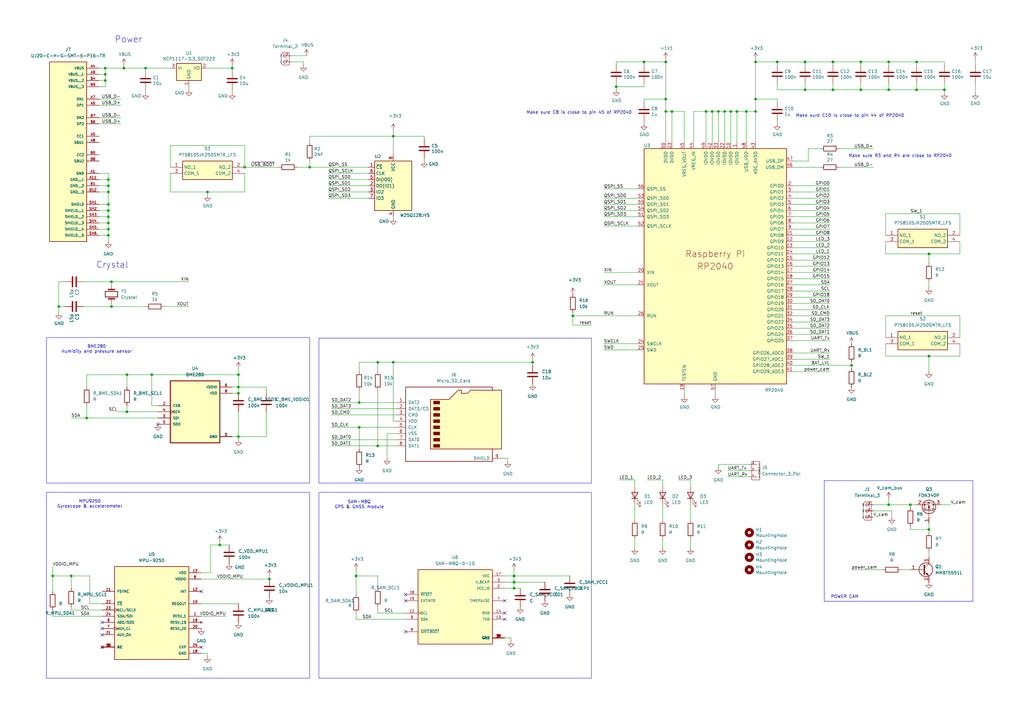
<source format=kicad_sch>
(kicad_sch (version 20250114) (generator "eeschema") (generator_version "9.0")
  (paper "A3")
  (rectangle (start 19.05 201.93) (end 127 278.13))
  (rectangle (start 19.05 138.43) (end 127 198.12))
  (rectangle (start 130.81 138.684) (end 242.57 198.12))
  (rectangle (start 338.074 197.104) (end 399.034 246.634))
  (rectangle (start 130.81 201.93) (end 242.57 278.13))
  (text "SAM-M8Q\nGPS & GNSS module" (at 147.32 207.01 0) (effects (font (size 1.27 1.27))))
  (text "Crystal" (at 39.37 110.236 0) (effects (font (size 2.54 2.54)) (justify left bottom)))
  (text "POWER CAM" (at 346.456 244.856 0) (effects (font (size 1.27 1.27))))
  (text "Make sure C10 is close to pin 44 of RP2040" (at 326.39 48.26 0) (effects (font (size 1.27 1.27)) (justify left bottom)))
  (text "Make sure R3 and R4 are close to RP2040" (at 347.98 64.77 0) (effects (font (size 1.27 1.27)) (justify left bottom)))
  (text "BME280\nHumidity and pressure sensor" (at 39.624 143.256 0) (effects (font (size 1.27 1.27))))
  (text "MPU9250\nGyroscope & accelerometer\n" (at 36.83 206.756 0) (effects (font (size 1.27 1.27))))
  (text "Power" (at 46.99 17.78 0) (effects (font (size 2.54 2.54)) (justify left bottom)))
  (text "Make sure C8 is close to pin 45 of RP2040" (at 215.9 46.99 0) (effects (font (size 1.27 1.27)) (justify left bottom)))
  (junction (at 309.88 45.72))
  (junction (at 21.59 236.22))
  (junction (at 44.45 96.52))
  (junction (at 161.29 148.59))
  (junction (at 275.59 45.72))
  (junction (at 35.56 171.45))
  (junction (at 97.79 161.29))
  (junction (at 29.21 236.22))
  (junction (at 273.05 25.4))
  (junction (at 45.72 115.57))
  (junction (at 373.38 207.01))
  (junction (at 292.1 45.72))
  (junction (at 24.13 125.73))
  (junction (at 154.94 148.59))
  (junction (at 44.45 78.74))
  (junction (at 210.82 241.3))
  (junction (at 52.07 153.67))
  (junction (at 62.23 153.67))
  (junction (at 43.18 33.02))
  (junction (at 330.2 36.83))
  (junction (at 97.79 153.67))
  (junction (at 341.63 25.4))
  (junction (at 52.07 168.91))
  (junction (at 353.06 25.4))
  (junction (at 302.26 45.72))
  (junction (at 381 104.14))
  (junction (at 264.16 25.4))
  (junction (at 309.88 25.4))
  (junction (at 381 146.05))
  (junction (at 349.25 149.86))
  (junction (at 44.45 93.98))
  (junction (at 273.05 45.72))
  (junction (at 45.72 125.73))
  (junction (at 50.8 27.94))
  (junction (at 294.64 45.72))
  (junction (at 273.05 40.64))
  (junction (at 146.05 236.22))
  (junction (at 44.45 88.9))
  (junction (at 375.92 25.4))
  (junction (at 309.88 40.64))
  (junction (at 100.33 68.58))
  (junction (at 44.45 73.66))
  (junction (at 318.77 25.4))
  (junction (at 364.49 25.4))
  (junction (at 234.95 129.54))
  (junction (at 147.32 175.26))
  (junction (at 90.17 223.52))
  (junction (at 44.45 91.44))
  (junction (at 299.72 45.72))
  (junction (at 44.45 86.36))
  (junction (at 375.92 36.83))
  (junction (at 147.32 165.1))
  (junction (at 95.25 27.94))
  (junction (at 341.63 36.83))
  (junction (at 210.82 236.22))
  (junction (at 252.73 35.56))
  (junction (at 127 68.58))
  (junction (at 154.94 182.88))
  (junction (at 85.09 78.74))
  (junction (at 353.06 36.83))
  (junction (at 289.56 45.72))
  (junction (at 97.79 179.07))
  (junction (at 364.49 207.01))
  (junction (at 97.79 158.75))
  (junction (at 218.44 148.59))
  (junction (at 110.49 237.49))
  (junction (at 297.18 45.72))
  (junction (at 43.18 27.94))
  (junction (at 43.18 30.48))
  (junction (at 387.35 36.83))
  (junction (at 364.49 36.83))
  (junction (at 330.2 25.4))
  (junction (at 44.45 76.2))
  (junction (at 59.69 27.94))
  (junction (at 306.07 45.72))
  (junction (at 161.29 55.88))
  (junction (at 210.82 238.76))
  (junction (at 381 217.17))
  (junction (at 44.45 83.82))
  (no_connect (at 41.91 265.43))
  (no_connect (at 41.91 255.27))
  (no_connect (at 166.37 246.38))
  (no_connect (at 64.77 173.99))
  (no_connect (at 207.01 251.46))
  (no_connect (at 41.91 257.81))
  (no_connect (at 82.55 265.43))
  (no_connect (at 207.01 246.38))
  (no_connect (at 166.37 259.08))
  (no_connect (at 207.01 254))
  (no_connect (at 41.91 260.35))
  (no_connect (at 166.37 243.84))
  (no_connect (at 82.55 242.57))
  (wire (pts (xy 34.29 115.57) (xy 45.72 115.57)))
  (wire (pts (xy 234.95 129.54) (xy 261.62 129.54)))
  (wire (pts (xy 40.64 35.56) (xy 43.18 35.56)))
  (wire (pts (xy 400.05 34.29) (xy 400.05 38.1)))
  (wire (pts (xy 40.64 43.18) (xy 49.53 43.18)))
  (wire (pts (xy 36.83 247.65) (xy 36.83 236.22)))
  (wire (pts (xy 264.16 49.53) (xy 264.16 50.8)))
  (wire (pts (xy 309.88 25.4) (xy 309.88 40.64)))
  (wire (pts (xy 280.67 45.72) (xy 275.59 45.72)))
  (wire (pts (xy 349.25 233.68) (xy 361.95 233.68)))
  (wire (pts (xy 218.44 147.32) (xy 218.44 148.59)))
  (wire (pts (xy 261.62 116.84) (xy 247.65 116.84)))
  (wire (pts (xy 210.82 238.76) (xy 223.52 238.76)))
  (wire (pts (xy 44.45 78.74) (xy 44.45 83.82)))
  (wire (pts (xy 325.12 134.62) (xy 340.36 134.62)))
  (wire (pts (xy 109.22 168.91) (xy 109.22 179.07)))
  (wire (pts (xy 95.25 29.21) (xy 95.25 27.94)))
  (wire (pts (xy 35.56 153.67) (xy 52.07 153.67)))
  (wire (pts (xy 69.85 78.74) (xy 85.09 78.74)))
  (wire (pts (xy 252.73 26.67) (xy 252.73 25.4)))
  (wire (pts (xy 207.01 241.3) (xy 210.82 241.3)))
  (wire (pts (xy 373.38 215.9) (xy 373.38 217.17)))
  (wire (pts (xy 325.12 99.06) (xy 340.36 99.06)))
  (wire (pts (xy 325.12 121.92) (xy 340.36 121.92)))
  (wire (pts (xy 97.79 158.75) (xy 109.22 158.75)))
  (wire (pts (xy 44.45 88.9) (xy 44.45 91.44)))
  (wire (pts (xy 325.12 139.7) (xy 340.36 139.7)))
  (wire (pts (xy 325.12 76.2) (xy 340.36 76.2)))
  (wire (pts (xy 298.45 195.58) (xy 307.34 195.58)))
  (wire (pts (xy 375.92 36.83) (xy 364.49 36.83)))
  (wire (pts (xy 271.78 207.01) (xy 271.78 213.36)))
  (wire (pts (xy 252.73 35.56) (xy 252.73 36.83)))
  (wire (pts (xy 34.29 125.73) (xy 45.72 125.73)))
  (wire (pts (xy 40.64 83.82) (xy 44.45 83.82)))
  (wire (pts (xy 353.06 36.83) (xy 341.63 36.83)))
  (wire (pts (xy 147.32 165.1) (xy 162.56 165.1)))
  (wire (pts (xy 151.13 78.74) (xy 134.62 78.74)))
  (wire (pts (xy 364.49 207.01) (xy 373.38 207.01)))
  (wire (pts (xy 124.46 25.4) (xy 124.46 26.67)))
  (wire (pts (xy 162.56 172.72) (xy 161.29 172.72)))
  (wire (pts (xy 325.12 101.6) (xy 340.36 101.6)))
  (wire (pts (xy 100.33 71.12) (xy 100.33 78.74)))
  (wire (pts (xy 210.82 241.3) (xy 213.36 241.3)))
  (wire (pts (xy 40.64 40.64) (xy 49.53 40.64)))
  (wire (pts (xy 373.38 207.01) (xy 373.38 208.28)))
  (wire (pts (xy 95.25 158.75) (xy 97.79 158.75)))
  (wire (pts (xy 400.05 24.13) (xy 400.05 26.67)))
  (wire (pts (xy 299.72 45.72) (xy 302.26 45.72)))
  (wire (pts (xy 331.47 60.96) (xy 336.55 60.96)))
  (wire (pts (xy 325.12 83.82) (xy 340.36 83.82)))
  (wire (pts (xy 69.85 27.94) (xy 59.69 27.94)))
  (wire (pts (xy 154.94 182.88) (xy 162.56 182.88)))
  (wire (pts (xy 90.17 223.52) (xy 90.17 222.25)))
  (wire (pts (xy 387.35 26.67) (xy 387.35 25.4)))
  (wire (pts (xy 85.09 78.74) (xy 85.09 80.01)))
  (wire (pts (xy 252.73 35.56) (xy 264.16 35.56)))
  (wire (pts (xy 247.65 111.76) (xy 261.62 111.76)))
  (wire (pts (xy 364.49 25.4) (xy 375.92 25.4)))
  (wire (pts (xy 40.64 86.36) (xy 44.45 86.36)))
  (wire (pts (xy 275.59 45.72) (xy 273.05 45.72)))
  (wire (pts (xy 21.59 252.73) (xy 21.59 250.19)))
  (wire (pts (xy 40.64 76.2) (xy 44.45 76.2)))
  (wire (pts (xy 264.16 35.56) (xy 264.16 34.29)))
  (wire (pts (xy 95.25 36.83) (xy 95.25 38.1)))
  (wire (pts (xy 127 55.88) (xy 161.29 55.88)))
  (wire (pts (xy 147.32 160.02) (xy 147.32 165.1)))
  (wire (pts (xy 260.35 207.01) (xy 260.35 213.36)))
  (wire (pts (xy 284.48 58.42) (xy 284.48 45.72)))
  (wire (pts (xy 365.76 209.55) (xy 365.76 212.09)))
  (wire (pts (xy 273.05 40.64) (xy 273.05 45.72)))
  (wire (pts (xy 64.77 166.37) (xy 62.23 166.37)))
  (wire (pts (xy 173.99 57.15) (xy 173.99 55.88)))
  (wire (pts (xy 381 217.17) (xy 381 218.44)))
  (wire (pts (xy 95.25 161.29) (xy 97.79 161.29)))
  (wire (pts (xy 387.35 36.83) (xy 387.35 38.1)))
  (wire (pts (xy 154.94 248.92) (xy 154.94 251.46)))
  (wire (pts (xy 381 146.05) (xy 393.7 146.05)))
  (wire (pts (xy 349.25 149.86) (xy 349.25 148.59)))
  (wire (pts (xy 325.12 86.36) (xy 340.36 86.36)))
  (wire (pts (xy 135.89 165.1) (xy 147.32 165.1)))
  (wire (pts (xy 21.59 236.22) (xy 29.21 236.22)))
  (wire (pts (xy 234.95 133.35) (xy 242.57 133.35)))
  (wire (pts (xy 45.72 116.84) (xy 45.72 115.57)))
  (wire (pts (xy 381 146.05) (xy 381 152.4)))
  (wire (pts (xy 207.01 236.22) (xy 210.82 236.22)))
  (wire (pts (xy 325.12 129.54) (xy 340.36 129.54)))
  (wire (pts (xy 161.29 148.59) (xy 154.94 148.59)))
  (wire (pts (xy 247.65 81.28) (xy 261.62 81.28)))
  (wire (pts (xy 97.79 158.75) (xy 97.79 161.29)))
  (wire (pts (xy 40.64 30.48) (xy 43.18 30.48)))
  (wire (pts (xy 389.89 207.01) (xy 386.08 207.01)))
  (wire (pts (xy 210.82 241.3) (xy 210.82 238.76)))
  (wire (pts (xy 135.89 180.34) (xy 162.56 180.34)))
  (wire (pts (xy 325.12 93.98) (xy 340.36 93.98)))
  (wire (pts (xy 309.88 40.64) (xy 318.77 40.64)))
  (wire (pts (xy 166.37 254) (xy 146.05 254)))
  (wire (pts (xy 69.85 59.69) (xy 100.33 59.69)))
  (wire (pts (xy 283.21 220.98) (xy 283.21 224.79)))
  (wire (pts (xy 283.21 207.01) (xy 283.21 213.36)))
  (wire (pts (xy 341.63 26.67) (xy 341.63 25.4)))
  (wire (pts (xy 40.64 91.44) (xy 44.45 91.44)))
  (wire (pts (xy 43.18 30.48) (xy 43.18 27.94)))
  (wire (pts (xy 109.22 158.75) (xy 109.22 161.29)))
  (wire (pts (xy 381 104.14) (xy 381 107.95)))
  (wire (pts (xy 325.12 88.9) (xy 340.36 88.9)))
  (wire (pts (xy 29.21 171.45) (xy 35.56 171.45)))
  (wire (pts (xy 35.56 153.67) (xy 35.56 158.75)))
  (wire (pts (xy 364.49 207.01) (xy 364.49 204.47)))
  (wire (pts (xy 325.12 152.4) (xy 340.36 152.4)))
  (wire (pts (xy 151.13 81.28) (xy 134.62 81.28)))
  (wire (pts (xy 147.32 148.59) (xy 147.32 152.4)))
  (wire (pts (xy 151.13 76.2) (xy 134.62 76.2)))
  (wire (pts (xy 44.45 73.66) (xy 44.45 76.2)))
  (wire (pts (xy 52.07 153.67) (xy 52.07 158.75)))
  (wire (pts (xy 325.12 144.78) (xy 340.36 144.78)))
  (wire (pts (xy 309.88 45.72) (xy 309.88 58.42)))
  (wire (pts (xy 40.64 27.94) (xy 43.18 27.94)))
  (wire (pts (xy 154.94 160.02) (xy 154.94 182.88)))
  (wire (pts (xy 325.12 104.14) (xy 340.36 104.14)))
  (wire (pts (xy 69.85 68.58) (xy 69.85 59.69)))
  (wire (pts (xy 92.71 252.73) (xy 82.55 252.73)))
  (wire (pts (xy 264.16 25.4) (xy 273.05 25.4)))
  (wire (pts (xy 59.69 36.83) (xy 59.69 38.1)))
  (wire (pts (xy 297.18 58.42) (xy 297.18 45.72)))
  (wire (pts (xy 363.22 146.05) (xy 381 146.05)))
  (wire (pts (xy 95.25 179.07) (xy 97.79 179.07)))
  (wire (pts (xy 363.22 129.54) (xy 393.7 129.54)))
  (wire (pts (xy 151.13 73.66) (xy 134.62 73.66)))
  (wire (pts (xy 135.89 182.88) (xy 154.94 182.88)))
  (wire (pts (xy 44.45 96.52) (xy 44.45 99.06)))
  (wire (pts (xy 146.05 233.68) (xy 146.05 236.22)))
  (wire (pts (xy 294.64 45.72) (xy 297.18 45.72)))
  (wire (pts (xy 353.06 26.67) (xy 353.06 25.4)))
  (wire (pts (xy 40.64 48.26) (xy 49.53 48.26)))
  (wire (pts (xy 41.91 252.73) (xy 21.59 252.73)))
  (wire (pts (xy 146.05 236.22) (xy 146.05 243.84)))
  (wire (pts (xy 147.32 175.26) (xy 147.32 184.15)))
  (wire (pts (xy 318.77 49.53) (xy 318.77 50.8)))
  (wire (pts (xy 364.49 34.29) (xy 364.49 36.83)))
  (wire (pts (xy 318.77 34.29) (xy 318.77 36.83)))
  (wire (pts (xy 154.94 148.59) (xy 147.32 148.59)))
  (wire (pts (xy 375.92 26.67) (xy 375.92 25.4)))
  (wire (pts (xy 325.12 116.84) (xy 340.36 116.84)))
  (wire (pts (xy 21.59 242.57) (xy 21.59 236.22)))
  (wire (pts (xy 173.99 64.77) (xy 173.99 66.04)))
  (wire (pts (xy 26.67 125.73) (xy 24.13 125.73)))
  (wire (pts (xy 353.06 25.4) (xy 364.49 25.4)))
  (wire (pts (xy 353.06 34.29) (xy 353.06 36.83)))
  (wire (pts (xy 90.17 223.52) (xy 93.98 223.52)))
  (wire (pts (xy 331.47 60.96) (xy 331.47 66.04)))
  (wire (pts (xy 341.63 25.4) (xy 353.06 25.4)))
  (wire (pts (xy 325.12 111.76) (xy 340.36 111.76)))
  (wire (pts (xy 21.59 232.41) (xy 21.59 236.22)))
  (wire (pts (xy 44.45 83.82) (xy 44.45 86.36)))
  (wire (pts (xy 280.67 58.42) (xy 280.67 45.72)))
  (wire (pts (xy 97.79 151.13) (xy 97.79 153.67)))
  (wire (pts (xy 29.21 250.19) (xy 29.21 248.92)))
  (wire (pts (xy 210.82 236.22) (xy 210.82 233.68)))
  (wire (pts (xy 393.7 104.14) (xy 393.7 99.06)))
  (wire (pts (xy 261.62 143.51) (xy 247.65 143.51)))
  (wire (pts (xy 325.12 81.28) (xy 340.36 81.28)))
  (wire (pts (xy 154.94 236.22) (xy 146.05 236.22)))
  (wire (pts (xy 36.83 236.22) (xy 29.21 236.22)))
  (wire (pts (xy 252.73 25.4) (xy 264.16 25.4)))
  (wire (pts (xy 363.22 99.06) (xy 363.22 104.14)))
  (wire (pts (xy 369.57 233.68) (xy 373.38 233.68)))
  (wire (pts (xy 284.48 45.72) (xy 289.56 45.72)))
  (wire (pts (xy 260.35 220.98) (xy 260.35 224.79)))
  (wire (pts (xy 381 104.14) (xy 393.7 104.14)))
  (wire (pts (xy 325.12 147.32) (xy 340.36 147.32)))
  (wire (pts (xy 24.13 125.73) (xy 24.13 128.27)))
  (wire (pts (xy 330.2 36.83) (xy 318.77 36.83)))
  (wire (pts (xy 297.18 45.72) (xy 299.72 45.72)))
  (wire (pts (xy 40.64 93.98) (xy 44.45 93.98)))
  (wire (pts (xy 40.64 50.8) (xy 49.53 50.8)))
  (wire (pts (xy 363.22 138.43) (xy 363.22 129.54)))
  (wire (pts (xy 161.29 172.72) (xy 161.29 148.59)))
  (wire (pts (xy 146.05 254) (xy 146.05 251.46)))
  (wire (pts (xy 325.12 109.22) (xy 340.36 109.22)))
  (wire (pts (xy 363.22 104.14) (xy 381 104.14)))
  (wire (pts (xy 29.21 241.3) (xy 29.21 236.22)))
  (wire (pts (xy 341.63 36.83) (xy 330.2 36.83)))
  (wire (pts (xy 373.38 217.17) (xy 381 217.17)))
  (wire (pts (xy 100.33 59.69) (xy 100.33 68.58)))
  (wire (pts (xy 271.78 220.98) (xy 271.78 224.79)))
  (wire (pts (xy 161.29 148.59) (xy 218.44 148.59)))
  (wire (pts (xy 154.94 148.59) (xy 154.94 152.4)))
  (wire (pts (xy 325.12 96.52) (xy 340.36 96.52)))
  (wire (pts (xy 64.77 168.91) (xy 52.07 168.91)))
  (wire (pts (xy 280.67 160.02) (xy 280.67 162.56)))
  (wire (pts (xy 62.23 153.67) (xy 97.79 153.67)))
  (wire (pts (xy 306.07 45.72) (xy 309.88 45.72)))
  (wire (pts (xy 381 226.06) (xy 381 228.6)))
  (wire (pts (xy 48.26 168.91) (xy 52.07 168.91)))
  (wire (pts (xy 100.33 68.58) (xy 114.3 68.58)))
  (wire (pts (xy 375.92 25.4) (xy 387.35 25.4)))
  (wire (pts (xy 306.07 58.42) (xy 306.07 45.72)))
  (wire (pts (xy 85.09 269.24) (xy 85.09 267.97)))
  (wire (pts (xy 260.35 196.85) (xy 260.35 199.39)))
  (wire (pts (xy 325.12 124.46) (xy 340.36 124.46)))
  (wire (pts (xy 41.91 250.19) (xy 29.21 250.19)))
  (wire (pts (xy 292.1 58.42) (xy 292.1 45.72)))
  (wire (pts (xy 62.23 153.67) (xy 62.23 166.37)))
  (wire (pts (xy 261.62 92.71) (xy 247.65 92.71)))
  (wire (pts (xy 44.45 93.98) (xy 44.45 96.52)))
  (wire (pts (xy 393.7 129.54) (xy 393.7 138.43)))
  (wire (pts (xy 264.16 26.67) (xy 264.16 25.4)))
  (wire (pts (xy 234.95 129.54) (xy 234.95 133.35)))
  (wire (pts (xy 330.2 26.67) (xy 330.2 25.4)))
  (wire (pts (xy 67.31 125.73) (xy 77.47 125.73)))
  (wire (pts (xy 261.62 140.97) (xy 247.65 140.97)))
  (wire (pts (xy 325.12 91.44) (xy 340.36 91.44)))
  (wire (pts (xy 109.22 179.07) (xy 97.79 179.07)))
  (wire (pts (xy 35.56 171.45) (xy 64.77 171.45)))
  (wire (pts (xy 294.64 58.42) (xy 294.64 45.72)))
  (wire (pts (xy 97.79 168.91) (xy 97.79 179.07)))
  (wire (pts (xy 293.37 160.02) (xy 293.37 162.56)))
  (wire (pts (xy 77.47 35.56) (xy 77.47 36.83)))
  (wire (pts (xy 45.72 125.73) (xy 59.69 125.73)))
  (wire (pts (xy 299.72 58.42) (xy 299.72 45.72)))
  (wire (pts (xy 254 196.85) (xy 260.35 196.85)))
  (wire (pts (xy 375.92 36.83) (xy 387.35 36.83)))
  (wire (pts (xy 393.7 146.05) (xy 393.7 140.97)))
  (wire (pts (xy 292.1 45.72) (xy 294.64 45.72)))
  (wire (pts (xy 154.94 241.3) (xy 154.94 236.22)))
  (wire (pts (xy 40.64 88.9) (xy 44.45 88.9)))
  (wire (pts (xy 161.29 89.535) (xy 161.29 88.9)))
  (wire (pts (xy 252.73 34.29) (xy 252.73 35.56)))
  (wire (pts (xy 50.8 27.94) (xy 59.69 27.94)))
  (wire (pts (xy 247.65 86.36) (xy 261.62 86.36)))
  (wire (pts (xy 82.55 234.95) (xy 86.36 234.95)))
  (wire (pts (xy 318.77 25.4) (xy 330.2 25.4)))
  (wire (pts (xy 44.45 86.36) (xy 44.45 88.9)))
  (wire (pts (xy 278.13 196.85) (xy 283.21 196.85)))
  (wire (pts (xy 344.17 60.96) (xy 358.14 60.96)))
  (wire (pts (xy 247.65 83.82) (xy 261.62 83.82)))
  (wire (pts (xy 349.25 149.86) (xy 349.25 151.13)))
  (wire (pts (xy 387.35 34.29) (xy 387.35 36.83)))
  (wire (pts (xy 45.72 115.57) (xy 77.47 115.57)))
  (wire (pts (xy 44.45 71.12) (xy 40.64 71.12)))
  (wire (pts (xy 234.95 128.27) (xy 234.95 129.54)))
  (wire (pts (xy 309.88 24.13) (xy 309.88 25.4)))
  (wire (pts (xy 302.26 45.72) (xy 306.07 45.72)))
  (wire (pts (xy 82.55 237.49) (xy 110.49 237.49)))
  (wire (pts (xy 85.09 267.97) (xy 82.55 267.97)))
  (wire (pts (xy 273.05 24.13) (xy 273.05 25.4)))
  (wire (pts (xy 273.05 25.4) (xy 273.05 40.64)))
  (wire (pts (xy 381 214.63) (xy 381 217.17)))
  (wire (pts (xy 325.12 66.04) (xy 331.47 66.04)))
  (wire (pts (xy 44.45 76.2) (xy 44.45 78.74)))
  (wire (pts (xy 100.33 78.74) (xy 85.09 78.74)))
  (wire (pts (xy 265.43 196.85) (xy 271.78 196.85)))
  (wire (pts (xy 59.69 29.21) (xy 59.69 27.94)))
  (wire (pts (xy 363.22 140.97) (xy 363.22 146.05)))
  (wire (pts (xy 40.64 33.02) (xy 43.18 33.02)))
  (wire (pts (xy 119.38 25.4) (xy 124.46 25.4)))
  (wire (pts (xy 135.89 167.64) (xy 162.56 167.64)))
  (wire (pts (xy 40.64 78.74) (xy 44.45 78.74)))
  (wire (pts (xy 85.09 27.94) (xy 95.25 27.94)))
  (wire (pts (xy 325.12 78.74) (xy 340.36 78.74)))
  (wire (pts (xy 325.12 114.3) (xy 340.36 114.3)))
  (wire (pts (xy 82.55 247.65) (xy 97.79 247.65)))
  (wire (pts (xy 97.79 180.34) (xy 97.79 179.07)))
  (wire (pts (xy 110.49 236.22) (xy 110.49 237.49)))
  (wire (pts (xy 207.01 238.76) (xy 210.82 238.76)))
  (wire (pts (xy 210.82 236.22) (xy 233.68 236.22)))
  (wire (pts (xy 302.26 45.72) (xy 302.26 58.42)))
  (wire (pts (xy 261.62 77.47) (xy 247.65 77.47)))
  (wire (pts (xy 344.17 68.58) (xy 358.14 68.58)))
  (wire (pts (xy 205.74 187.96) (xy 208.28 187.96)))
  (wire (pts (xy 43.18 35.56) (xy 43.18 33.02)))
  (wire (pts (xy 69.85 78.74) (xy 69.85 71.12)))
  (wire (pts (xy 381 115.57) (xy 381 118.11)))
  (wire (pts (xy 330.2 25.4) (xy 341.63 25.4)))
  (wire (pts (xy 264.16 41.91) (xy 264.16 40.64)))
  (wire (pts (xy 393.7 87.63) (xy 393.7 96.52)))
  (wire (pts (xy 358.14 207.01) (xy 364.49 207.01)))
  (wire (pts (xy 24.13 115.57) (xy 24.13 125.73)))
  (wire (pts (xy 35.56 166.37) (xy 35.56 171.45)))
  (wire (pts (xy 135.89 175.26) (xy 147.32 175.26)))
  (wire (pts (xy 158.75 177.8) (xy 162.56 177.8)))
  (wire (pts (xy 134.62 71.12) (xy 151.13 71.12)))
  (wire (pts (xy 127 66.04) (xy 127 68.58)))
  (wire (pts (xy 309.88 25.4) (xy 318.77 25.4)))
  (wire (pts (xy 375.92 34.29) (xy 375.92 36.83)))
  (wire (pts (xy 364.49 26.67) (xy 364.49 25.4)))
  (wire (pts (xy 363.22 96.52) (xy 363.22 87.63)))
  (wire (pts (xy 52.07 168.91) (xy 52.07 166.37)))
  (wire (pts (xy 40.64 73.66) (xy 44.45 73.66)))
  (wire (pts (xy 325.12 127) (xy 340.36 127)))
  (wire (pts (xy 210.82 238.76) (xy 210.82 236.22)))
  (wire (pts (xy 325.12 106.68) (xy 340.36 106.68)))
  (wire (pts (xy 154.94 251.46) (xy 166.37 251.46)))
  (wire (pts (xy 294.64 190.5) (xy 307.34 190.5)))
  (wire (pts (xy 264.16 40.64) (xy 273.05 40.64)))
  (wire (pts (xy 158.75 187.96) (xy 158.75 177.8)))
  (wire (pts (xy 218.44 148.59) (xy 218.44 149.86)))
  (wire (pts (xy 330.2 34.29) (xy 330.2 36.83)))
  (wire (pts (xy 161.29 55.88) (xy 173.99 55.88)))
  (wire (pts (xy 273.05 45.72) (xy 273.05 58.42)))
  (wire (pts (xy 86.36 223.52) (xy 90.17 223.52)))
  (wire (pts (xy 289.56 45.72) (xy 292.1 45.72)))
  (wire (pts (xy 208.28 187.96) (xy 208.28 189.23)))
  (wire (pts (xy 209.55 261.62) (xy 207.01 261.62)))
  (wire (pts (xy 43.18 33.02) (xy 43.18 30.48)))
  (wire (pts (xy 364.49 36.83) (xy 353.06 36.83)))
  (wire (pts (xy 135.89 170.18) (xy 162.56 170.18)))
  (wire (pts (xy 298.45 193.04) (xy 307.34 193.04)))
  (wire (pts (xy 289.56 58.42) (xy 289.56 45.72)))
  (wire (pts (xy 40.64 96.52) (xy 44.45 96.52)))
  (wire (pts (xy 86.36 223.52) (xy 86.36 234.95)))
  (wire (pts (xy 95.25 27.94) (xy 95.25 26.67)))
  (wire (pts (xy 121.92 68.58) (xy 127 68.58)))
  (wire (pts (xy 275.59 58.42) (xy 275.59 45.72)))
  (wire (pts (xy 325.12 119.38) (xy 340.36 119.38)))
  (wire (pts (xy 271.78 196.85) (xy 271.78 199.39)))
  (wire (pts (xy 43.18 27.94) (xy 50.8 27.94)))
  (wire (pts (xy 283.21 196.85) (xy 283.21 199.39)))
  (wire (pts (xy 294.64 191.77) (xy 294.64 190.5)))
  (wire (pts (xy 373.38 207.01) (xy 375.92 207.01)))
  (wire (pts (xy 97.79 153.67) (xy 97.79 158.75)))
  (wire (pts (xy 161.29 53.34) (xy 161.29 55.88)))
  (wire (pts (xy 127 58.42) (xy 127 55.88)))
  (wire (pts (xy 309.88 40.64) (xy 309.88 45.72)))
  (wire (pts (xy 26.67 115.57) (xy 24.13 115.57)))
  (wire (pts (xy 44.45 71.12) (xy 44.45 73.66)))
  (wire (pts (xy 41.91 247.65) (xy 36.83 247.65)))
  (wire (pts (xy 318.77 41.91) (xy 318.77 40.64)))
  (wire (pts (xy 161.29 55.88) (xy 161.29 63.5)))
  (wire (pts (xy 125.73 22.86) (xy 119.38 22.86)))
  (wire (pts (xy 358.14 209.55) (xy 365.76 209.55)))
  (wire (pts (xy 325.12 137.16) (xy 340.36 137.16)))
  (wire (pts (xy 50.8 26.67) (xy 50.8 27.94)))
  (wire (pts (xy 45.72 124.46) (xy 45.72 125.73)))
  (wire (pts (xy 147.32 175.26) (xy 162.56 175.26)))
  (wire (pts (xy 325.12 132.08) (xy 340.36 132.08)))
  (wire (pts (xy 325.12 149.86) (xy 349.25 149.86)))
  (wire (pts (xy 341.63 34.29) (xy 341.63 36.83)))
  (wire (pts (xy 318.77 26.67) (xy 318.77 25.4)))
  (wire (pts (xy 209.55 262.89) (xy 209.55 261.62)))
  (wire (pts (xy 127 68.58) (xy 151.13 68.58)))
  (wire (pts (xy 325.12 68.58) (xy 336.55 68.58)))
  (wire (pts (xy 52.07 153.67) (xy 62.23 153.67)))
  (wire (pts (xy 363.22 87.63) (xy 393.7 87.63)))
  (wire (pts (xy 44.45 91.44) (xy 44.45 93.98)))
  (wire (pts (xy 247.65 88.9) (xy 261.62 88.9)))
  (label "VDDIO_MPU" (at 21.59 232.41 0))
  (label "SW_1" (at 340.36 147.32 180))
  (label "XIN" (at 247.65 111.76 0))
  (label "LED_2" (at 265.43 196.85 0))
  (label "SD_DAT1" (at 340.36 137.16 180))
  (label "QSPI_SD0" (at 134.62 73.66 0))
  (label "SD_DAT2" (at 340.36 134.62 180))
  (label "SWD" (at 247.65 143.51 0))
  (label "XIN" (at 77.47 115.57 180))
  (label "V_cam" (at 358.14 212.09 0))
  (label "SD_CLK" (at 135.89 175.26 0))
  (label "LED_1" (at 340.36 104.14 180))
  (label "VDDIO_MPU" (at 92.71 252.73 180))
  (label "QSPI_SD3" (at 134.62 81.28 0))
  (label "SDA" (at 340.36 116.84 180))
  (label "power_cam" (at 340.36 152.4 180))
  (label "QSPI_SD2" (at 247.65 86.36 0))
  (label "power_cam" (at 349.25 233.68 0))
  (label "SD_DAT3" (at 340.36 132.08 180))
  (label "QSPI_SS" (at 247.65 77.47 0))
  (label "VDDIO_MPU" (at 88.9 237.49 0))
  (label "LED_2" (at 340.36 101.6 180))
  (label "GPIO2" (at 340.36 81.28 180))
  (label "GPIO14" (at 340.36 111.76 180))
  (label "UART_Rx" (at 340.36 144.78 180))
  (label "SDA" (at 33.02 252.73 0))
  (label "QSPI_SD1" (at 247.65 83.82 0))
  (label "SW_1" (at 373.38 87.63 0))
  (label "SD_DAT1" (at 135.89 182.88 0))
  (label "GPIO0" (at 340.36 76.2 180))
  (label "UART_Rx" (at 298.45 195.58 0))
  (label "GPIO12" (at 340.36 106.68 180))
  (label "GPIO18" (at 340.36 121.92 180))
  (label "SDA" (at 148.59 254 0))
  (label "USB_D+" (at 49.53 50.8 180))
  (label "LED_1" (at 254 196.85 0))
  (label "QSPI_SD1" (at 134.62 76.2 0))
  (label "GPIO7" (at 340.36 93.98 180))
  (label "SD_DAT3" (at 135.89 167.64 0))
  (label "QSPI_SD2" (at 134.62 78.74 0))
  (label "RUN" (at 247.65 129.54 0))
  (label "USB_D+" (at 358.14 60.96 180))
  (label "XOUT" (at 77.47 125.73 180))
  (label "QSPI_SD0" (at 247.65 81.28 0))
  (label "SD_DAT0" (at 135.89 180.34 0))
  (label "QSPI_SD3" (at 247.65 88.9 0))
  (label "GPIO4" (at 340.36 86.36 180))
  (label "SCL" (at 48.26 168.91 180))
  (label "QSPI_SCLK" (at 134.62 71.12 0))
  (label "GPIO15" (at 340.36 114.3 180))
  (label "SD_CLK" (at 340.36 127 180))
  (label "SDA" (at 29.21 171.45 0))
  (label "SCL" (at 36.83 250.19 180))
  (label "GPIO8" (at 340.36 96.52 180))
  (label "BAT_LVL" (at 340.36 149.86 180))
  (label "USB_D-" (at 49.53 48.26 180))
  (label "V_cam" (at 389.89 207.01 0))
  (label "GPIO13" (at 340.36 109.22 180))
  (label "~{USB_BOOT}" (at 102.87 68.58 0))
  (label "XOUT" (at 247.65 116.84 0))
  (label "GPIO1" (at 340.36 78.74 180))
  (label "reset" (at 242.57 133.35 180))
  (label "reset" (at 373.38 129.54 0))
  (label "QSPI_SS" (at 134.62 68.58 0))
  (label "USB_D-" (at 49.53 40.64 180))
  (label "SD_CMD" (at 135.89 170.18 0))
  (label "SD_CMD" (at 340.36 129.54 180))
  (label "GPIO6" (at 340.36 91.44 180))
  (label "SD_DAT2" (at 135.89 165.1 0))
  (label "USB_D+" (at 49.53 43.18 180))
  (label "UART_Tx" (at 340.36 139.7 180))
  (label "UART_Tx" (at 298.45 193.04 0))
  (label "LED_3" (at 278.13 196.85 0))
  (label "SCL" (at 161.29 251.46 180))
  (label "SCL" (at 340.36 119.38 180))
  (label "USB_D-" (at 358.14 68.58 180))
  (label "GPIO3" (at 340.36 83.82 180))
  (label "QSPI_SCLK" (at 247.65 92.71 0))
  (label "LED_3" (at 340.36 99.06 180))
  (label "SD_DAT0" (at 340.36 124.46 180))
  (label "SWCLK" (at 247.65 140.97 0))
  (label "GPIO5" (at 340.36 88.9 180))
  (symbol (lib_id "MCU_RaspberryPi_RP2040:RP2040") (at 293.37 109.22 0) (unit 1)
    (property "Reference" "U3" (at 265.43 59.69 0))
    (property "Value" "RP2040" (at 317.5 160.02 0))
    (property "Footprint" "RP2040_minimal_r2:RP2040-QFN-56" (effects (hide yes)))
  )
  (symbol (lib_id "Memory_Flash:W25Q128JVS") (at 161.29 76.2 0) (unit 1)
    (property "Reference" "U2" (at 154.94 64.135 0))
    (property "Value" "W25Q128JVS" (at 170.18 88.265 0))
    (property "Footprint" "Package_SO:SOIC-8_5.3x5.3mm_P1.27mm" (effects (hide yes)))
    (property "Datasheet" "http://www.winbond.com/resource-files/w25q128jv_dtr%20revc%2003272018%20plus.pdf" (effects (hide yes)))
  )
  (symbol (lib_name "+3V3_2") (lib_id "power:+3V3") (at 161.29 53.34 0) (unit 1)
    (property "Reference" "#PWR07" (effects (hide yes)))
    (property "Value" "+3V3" (at 162.052 47.498 0))
  )
  (symbol (lib_name "GND_4") (lib_id "power:GND") (at 161.29 89.535 0) (unit 1)
    (property "Reference" "#PWR08" (effects (hide yes)))
    (property "Value" "GND" (at 157.48 90.805 0))
  )
  (symbol (lib_id "Device:R") (at 127 62.23 0) (unit 1)
    (property "Reference" "R2" (at 128.778 61.0616 0) (effects (justify left)))
    (property "Value" "DNF" (at 128.778 63.373 0) (effects (justify left)))
    (property "Footprint" "Resistor_SMD:R_0805_2012Metric" (effects (hide yes)))
  )
  (symbol (lib_id "Device:R") (at 118.11 68.58 270) (unit 1)
    (property "Reference" "R1" (at 118.11 63.3222 90))
    (property "Value" "1k" (at 118.11 65.6336 90))
    (property "Footprint" "Resistor_SMD:R_0805_2012Metric" (effects (hide yes)))
  )
  (symbol (lib_id "Device:C") (at 173.99 60.96 0) (unit 1)
    (property "Reference" "C5" (at 176.911 59.7916 0) (effects (justify left)))
    (property "Value" "100n" (at 176.911 62.103 0) (effects (justify left)))
    (property "Footprint" "Capacitor_SMD:C_0805_2012Metric" (effects (hide yes)))
  )
  (symbol (lib_name "GND_3") (lib_id "power:GND") (at 173.99 66.04 0) (unit 1)
    (property "Reference" "#PWR011" (effects (hide yes)))
    (property "Value" "GND" (at 177.8 67.31 0))
  )
  (symbol (lib_name "GND_2") (lib_id "power:GND") (at 293.37 162.56 0) (unit 1)
    (property "Reference" "#PWR016" (effects (hide yes)))
    (property "Value" "GND" (at 293.497 166.9542 0))
  )
  (symbol (lib_name "GND_1") (lib_id "power:GND") (at 280.67 162.56 0) (unit 1)
    (property "Reference" "#PWR015" (effects (hide yes)))
    (property "Value" "GND" (at 280.797 166.9542 0))
  )
  (symbol (lib_id "Device:R") (at 340.36 60.96 270) (unit 1)
    (property "Reference" "R3" (at 340.36 55.7022 90))
    (property "Value" "27" (at 340.36 58.0136 90))
    (property "Footprint" "Resistor_SMD:R_0805_2012Metric" (effects (hide yes)))
  )
  (symbol (lib_id "Device:R") (at 340.36 68.58 270) (unit 1)
    (property "Reference" "R4" (at 340.36 63.3222 90))
    (property "Value" "27" (at 340.36 65.6336 90))
    (property "Footprint" "Resistor_SMD:R_0805_2012Metric" (effects (hide yes)))
  )
  (symbol (lib_name "+3V3_1") (lib_id "power:+3V3") (at 309.88 24.13 0) (unit 1)
    (property "Reference" "#PWR017" (effects (hide yes)))
    (property "Value" "+3V3" (at 310.261 19.7358 0))
  )
  (symbol (lib_id "power:+1V1") (at 273.05 24.13 0) (unit 1)
    (property "Reference" "#PWR014" (effects (hide yes)))
    (property "Value" "+1V1" (at 273.431 19.7358 0))
  )
  (symbol (lib_id "Device:C") (at 318.77 30.48 0) (unit 1)
    (property "Reference" "C9" (at 321.691 29.3116 0) (effects (justify left)))
    (property "Value" "100n" (at 321.691 31.623 0) (effects (justify left)))
    (property "Footprint" "Capacitor_SMD:C_0805_2012Metric" (effects (hide yes)))
  )
  (symbol (lib_id "Device:C") (at 330.2 30.48 0) (unit 1)
    (property "Reference" "C11" (at 333.121 29.3116 0) (effects (justify left)))
    (property "Value" "100n" (at 333.121 31.623 0) (effects (justify left)))
    (property "Footprint" "Capacitor_SMD:C_0805_2012Metric" (effects (hide yes)))
  )
  (symbol (lib_id "Device:C") (at 341.63 30.48 0) (unit 1)
    (property "Reference" "C12" (at 344.551 29.3116 0) (effects (justify left)))
    (property "Value" "100n" (at 344.551 31.623 0) (effects (justify left)))
    (property "Footprint" "Capacitor_SMD:C_0805_2012Metric" (effects (hide yes)))
  )
  (symbol (lib_id "Device:C") (at 353.06 30.48 0) (unit 1)
    (property "Reference" "C13" (at 355.981 29.3116 0) (effects (justify left)))
    (property "Value" "100n" (at 355.981 31.623 0) (effects (justify left)))
    (property "Footprint" "Capacitor_SMD:C_0805_2012Metric" (effects (hide yes)))
  )
  (symbol (lib_id "Device:C") (at 364.49 30.48 0) (unit 1)
    (property "Reference" "C14" (at 367.411 29.3116 0) (effects (justify left)))
    (property "Value" "100n" (at 367.411 31.623 0) (effects (justify left)))
    (property "Footprint" "Capacitor_SMD:C_0805_2012Metric" (effects (hide yes)))
  )
  (symbol (lib_id "Device:C") (at 375.92 30.48 0) (unit 1)
    (property "Reference" "C15" (at 378.841 29.3116 0) (effects (justify left)))
    (property "Value" "100n" (at 378.841 31.623 0) (effects (justify left)))
    (property "Footprint" "Capacitor_SMD:C_0805_2012Metric" (effects (hide yes)))
  )
  (symbol (lib_id "Device:C") (at 387.35 30.48 0) (unit 1)
    (property "Reference" "C16" (at 390.271 29.3116 0) (effects (justify left)))
    (property "Value" "100n" (at 390.271 31.623 0) (effects (justify left)))
    (property "Footprint" "Capacitor_SMD:C_0805_2012Metric" (effects (hide yes)))
  )
  (symbol (lib_id "Device:C") (at 252.73 30.48 0) (unit 1)
    (property "Reference" "C6" (at 255.651 29.3116 0) (effects (justify left)))
    (property "Value" "100n" (at 255.651 31.623 0) (effects (justify left)))
    (property "Footprint" "Capacitor_SMD:C_0805_2012Metric" (effects (hide yes)))
  )
  (symbol (lib_id "Device:C") (at 264.16 30.48 0) (unit 1)
    (property "Reference" "C7" (at 267.081 29.3116 0) (effects (justify left)))
    (property "Value" "100n" (at 267.081 31.623 0) (effects (justify left)))
    (property "Footprint" "Capacitor_SMD:C_0805_2012Metric" (effects (hide yes)))
  )
  (symbol (lib_id "Device:C") (at 264.16 45.72 0) (unit 1)
    (property "Reference" "C8" (at 267.081 44.5516 0) (effects (justify left)))
    (property "Value" "1u" (at 267.081 46.863 0) (effects (justify left)))
    (property "Footprint" "Capacitor_SMD:C_0805_2012Metric" (effects (hide yes)))
  )
  (symbol (lib_id "Device:C") (at 318.77 45.72 0) (unit 1)
    (property "Reference" "C10" (at 321.691 44.5516 0) (effects (justify left)))
    (property "Value" "1u" (at 321.691 46.863 0) (effects (justify left)))
    (property "Footprint" "Capacitor_SMD:C_0805_2012Metric" (effects (hide yes)))
  )
  (symbol (lib_id "Mechanical:MountingHole") (at 307.34 218.44 0) (unit 1) (in_bom no)
    (property "Reference" "H1" (at 309.88 217.2716 0) (effects (justify left)))
    (property "Value" "MountingHole" (at 309.88 219.583 0) (effects (justify left)))
    (property "Footprint" "MountingHole:MountingHole_3.5mm" (effects (hide yes)))
  )
  (symbol (lib_name "MountingHole_3") (lib_id "Mechanical:MountingHole") (at 307.34 223.52 0) (unit 1) (in_bom no)
    (property "Reference" "H2" (at 309.88 222.3516 0) (effects (justify left)))
    (property "Value" "MountingHole" (at 309.88 224.663 0) (effects (justify left)))
    (property "Footprint" "MountingHole:MountingHole_3.5mm" (effects (hide yes)))
  )
  (symbol (lib_name "MountingHole_2") (lib_id "Mechanical:MountingHole") (at 307.34 228.6 0) (unit 1) (in_bom no)
    (property "Reference" "H3" (at 309.88 227.4316 0) (effects (justify left)))
    (property "Value" "MountingHole" (at 309.88 229.743 0) (effects (justify left)))
    (property "Footprint" "MountingHole:MountingHole_3.5mm" (effects (hide yes)))
  )
  (symbol (lib_name "MountingHole_1") (lib_id "Mechanical:MountingHole") (at 307.34 233.68 0) (unit 1) (in_bom no)
    (property "Reference" "H4" (at 309.88 232.5116 0) (effects (justify left)))
    (property "Value" "MountingHole" (at 309.88 234.823 0) (effects (justify left)))
    (property "Footprint" "MountingHole:MountingHole_3.5mm" (effects (hide yes)))
  )
  (symbol (lib_name "GND_13") (lib_id "power:GND") (at 387.35 38.1 0) (unit 1)
    (property "Reference" "#PWR023" (effects (hide yes)))
    (property "Value" "GND" (at 387.477 42.4942 0))
  )
  (symbol (lib_name "GND_12") (lib_id "power:GND") (at 252.73 36.83 0) (unit 1)
    (property "Reference" "#PWR012" (effects (hide yes)))
    (property "Value" "GND" (at 252.857 41.2242 0))
  )
  (symbol (lib_name "GND_10") (lib_id "power:GND") (at 264.16 50.8 0) (unit 1)
    (property "Reference" "#PWR013" (effects (hide yes)))
    (property "Value" "GND" (at 264.287 55.1942 0))
  )
  (symbol (lib_name "GND_9") (lib_id "power:GND") (at 318.77 50.8 0) (unit 1)
    (property "Reference" "#PWR018" (effects (hide yes)))
    (property "Value" "GND" (at 318.897 55.1942 0))
  )
  (symbol (lib_id "Regulator_Linear:NCP1117-3.3_SOT223") (at 77.47 27.94 0) (unit 1)
    (property "Reference" "U1" (at 77.47 21.7932 0))
    (property "Value" "NCP1117-3.3_SOT223" (at 77.47 24.1046 0))
    (property "Footprint" "Package_TO_SOT_SMD:SOT-223-3_TabPin2" (effects (hide yes)))
    (property "Datasheet" "http://www.onsemi.com/pub_link/Collateral/NCP1117-D.PDF" (effects (hide yes)))
  )
  (symbol (lib_name "VBUS_2") (lib_id "power:VBUS") (at 50.8 26.67 0) (unit 1)
    (property "Reference" "#PWR03" (effects (hide yes)))
    (property "Value" "VBUS" (at 51.181 22.2758 0))
  )
  (symbol (lib_name "GND_14") (lib_id "power:GND") (at 77.47 36.83 0) (unit 1)
    (property "Reference" "#PWR05" (effects (hide yes)))
    (property "Value" "GND" (at 73.66 38.1 0))
  )
  (symbol (lib_name "+3V3_3") (lib_id "power:+3V3") (at 95.25 26.67 0) (unit 1)
    (property "Reference" "#PWR09" (effects (hide yes)))
    (property "Value" "+3V3" (at 95.631 22.2758 0))
  )
  (symbol (lib_id "Device:C") (at 59.69 33.02 0) (unit 1)
    (property "Reference" "C1" (at 62.611 31.8516 0) (effects (justify left)))
    (property "Value" "10u" (at 62.611 34.163 0) (effects (justify left)))
    (property "Footprint" "Capacitor_SMD:C_0805_2012Metric" (effects (hide yes)))
  )
  (symbol (lib_id "Device:C") (at 95.25 33.02 0) (unit 1)
    (property "Reference" "C4" (at 98.171 31.8516 0) (effects (justify left)))
    (property "Value" "10u" (at 98.171 34.163 0) (effects (justify left)))
    (property "Footprint" "Capacitor_SMD:C_0805_2012Metric" (effects (hide yes)))
  )
  (symbol (lib_name "GND_8") (lib_id "power:GND") (at 59.69 38.1 0) (unit 1)
    (property "Reference" "#PWR04" (effects (hide yes)))
    (property "Value" "GND" (at 55.88 39.37 0))
  )
  (symbol (lib_name "GND_7") (lib_id "power:GND") (at 95.25 38.1 0) (unit 1)
    (property "Reference" "#PWR010" (effects (hide yes)))
    (property "Value" "GND" (at 91.44 39.37 0))
  )
  (symbol (lib_name "+3V3_8") (lib_id "power:+3V3") (at 400.05 24.13 0) (unit 1)
    (property "Reference" "#PWR024" (effects (hide yes)))
    (property "Value" "+3V3" (at 400.431 19.7358 0))
  )
  (symbol (lib_id "Device:C") (at 400.05 30.48 0) (unit 1)
    (property "Reference" "C17" (at 402.971 29.3116 0) (effects (justify left)))
    (property "Value" "10u" (at 402.971 31.623 0) (effects (justify left)))
    (property "Footprint" "Capacitor_SMD:C_0805_2012Metric" (effects (hide yes)))
  )
  (symbol (lib_name "GND_19") (lib_id "power:GND") (at 400.05 38.1 0) (unit 1)
    (property "Reference" "#PWR025" (effects (hide yes)))
    (property "Value" "GND" (at 400.05 42.418 0))
  )
  (symbol (lib_name "GND_17") (lib_id "power:GND") (at 85.09 80.01 0) (unit 1)
    (property "Reference" "#PWR02" (effects (hide yes)))
    (property "Value" "GND" (at 85.217 84.4042 0))
  )
  (symbol (lib_id "Device:C") (at 213.36 245.11 0) (unit 1)
    (property "Reference" "C_SAM_VCCIO1" (at 217.17 243.8399 0) (effects (justify left)))
    (property "Value" "C" (at 217.17 246.3799 0) (effects (justify left)))
    (property "Footprint" "TCLib:C_0805" (effects (hide yes)))
    (property "Description" "Unpolarized capacitor" (effects (hide yes)))
  )
  (symbol (lib_id "power:VBUS") (at 364.49 204.47 0) (unit 1)
    (property "Reference" "#PWR045" (effects (hide yes)))
    (property "Value" "V_cam_bus" (at 364.871 200.0758 0))
  )
  (symbol (lib_id "TCLib:R") (at 349.25 144.78 0) (unit 1)
    (property "Reference" "R_BL1" (at 351.79 143.5099 0) (effects (justify left)))
    (property "Value" "R" (at 351.79 146.0499 0) (effects (justify left)))
    (property "Footprint" "TCLib:R_0805" (effects (hide yes)))
    (property "Description" "Resistor" (effects (hide yes)))
  )
  (symbol (lib_name "GND_18") (lib_id "power:GND") (at 271.78 224.79 0) (unit 1)
    (property "Reference" "#PWR047" (effects (hide yes)))
    (property "Value" "GND" (at 271.78 229.87 0))
    (property "Description" "Power symbol creates a global label with name \"GND\" , ground" (effects (hide yes)))
  )
  (symbol (lib_name "+3V3_7") (lib_id "power:+3V3") (at 110.49 236.22 0) (unit 1)
    (property "Reference" "#PWR036" (effects (hide yes)))
    (property "Value" "+3V3" (at 110.871 231.8258 0))
  )
  (symbol (lib_name "+3V3_6") (lib_id "power:+3V3") (at 146.05 233.68 0) (unit 1)
    (property "Reference" "#PWR038" (effects (hide yes)))
    (property "Value" "+3V3" (at 146.431 229.2858 0))
  )
  (symbol (lib_name "GND_16") (lib_id "power:GND") (at 294.64 191.77 0) (unit 1)
    (property "Reference" "#PWR040" (effects (hide yes)))
    (property "Value" "GND" (at 294.64 196.85 0))
    (property "Description" "Power symbol creates a global label with name \"GND\" , ground" (effects (hide yes)))
  )
  (symbol (lib_id "Transistor_FET:FDN340P") (at 381 209.55 270) (mirror x) (unit 1)
    (property "Reference" "Q3" (at 381 200.66 90))
    (property "Value" "FDN340P" (at 381 203.2 90))
    (property "Footprint" "Package_TO_SOT_SMD:SOT-23" (effects (hide yes)))
    (property "Datasheet" "https://www.onsemi.com/pub/Collateral/FDN340P-D.PDF" (effects (hide yes)))
    (property "Description" "-2A Id, -20V Vds, P-Channel MOSFET, 70mOhm Ron, SOT-23" (effects (hide yes)))
  )
  (symbol (lib_name "+3V3_5") (lib_id "power:+3V3") (at 97.79 151.13 0) (unit 1)
    (property "Reference" "#PWR034" (effects (hide yes)))
    (property "Value" "+3V3" (at 98.171 146.7358 0))
  )
  (symbol (lib_name "GND_11") (lib_id "power:GND") (at 209.55 262.89 0) (unit 1)
    (property "Reference" "#PWR033" (effects (hide yes)))
    (property "Value" "GND" (at 209.55 267.97 0))
    (property "Description" "Power symbol creates a global label with name \"GND\" , ground" (effects (hide yes)))
  )
  (symbol (lib_id "Rocketry_FC:PTS810SJK250SMTR_LFS") (at 363.22 138.43 0) (unit 1)
    (property "Reference" "S2" (at 378.46 130.81 0))
    (property "Value" "PTS810SJK250SMTR_LFS" (at 378.46 133.35 0))
    (property "Footprint" "PTS810SJK250SMTRLFS" (effects (hide yes)))
    (property "Datasheet" "https://www.ckswitches.com/media/1476/pts810.pdf" (effects (hide yes)))
    (property "Description" "TACTILE SWITCH, SPST, 0.05A, 16VDC, SMD" (effects (hide yes)))
    (property "Height" "2.7" (effects (hide yes)))
    (property "Mouser Part Number" "611-PTS810SJK250SMTR" (effects (hide yes)))
    (property "Mouser Price/Stock" "https://www.mouser.co.uk/ProductDetail/CK/PTS810SJK250SMTR-LFS?qs=Imq1NPwxi77Ow0tzRIznfA%3D%3D" (effects (hide yes)))
    (property "Manufacturer_Name" "C & K COMPONENTS" (effects (hide yes)))
    (property "Manufacturer_Part_Number" "PTS810SJK250SMTR LFS" (effects (hide yes)))
  )
  (symbol (lib_id "TCLib:C") (at 97.79 251.46 0) (unit 1)
    (property "Reference" "C_MPU_REG1" (at 101.6 250.1899 0) (effects (justify left)))
    (property "Value" "100n" (at 101.6 252.7299 0) (effects (justify left)))
    (property "Footprint" "TCLib:C_0805" (effects (hide yes)))
  )
  (symbol (lib_id "Device:R") (at 52.07 162.56 0) (unit 1)
    (property "Reference" "R_BME_SCL1" (at 54.61 161.2899 0) (effects (justify left)))
    (property "Value" "R" (at 54.61 163.8299 0) (effects (justify left)))
    (property "Footprint" "TCLib:R_0805" (effects (hide yes)))
    (property "Description" "Resistor" (effects (hide yes)))
  )
  (symbol (lib_id "Rocketry_FC:SAM-M8Q-0-10") (at 186.69 248.92 0) (unit 1)
    (property "Reference" "U6" (at 186.69 228.6 0))
    (property "Value" "SAM-M8Q-0-10" (at 186.69 231.14 0))
    (property "Footprint" "my_lib:MODULE_SAM-M8Q-0-10" (effects (hide yes)))
    (property "MF" "U-Blox" (effects (hide yes)))
    (property "MAXIMUM_PACKAGE_HEIGHT" "6.80mm" (effects (hide yes)))
    (property "Package" "SMD-20 u-blox" (effects (hide yes)))
    (property "Price" "None" (effects (hide yes)))
    (property "Check_prices" "https://www.snapeda.com/parts/SAM-M8Q-0-10/u-blox/view-part/?ref=eda" (effects (hide yes)))
    (property "STANDARD" "Manufacturer Recommendations" (effects (hide yes)))
    (property "PARTREV" "R07" (effects (hide yes)))
    (property "SnapEDA_Link" "https://www.snapeda.com/parts/SAM-M8Q-0-10/u-blox/view-part/?ref=snap" (effects (hide yes)))
    (property "MP" "SAM-M8Q-0-10" (effects (hide yes)))
    (property "Description_1" "series RF Receiver Galileo, GLONASS, GPS 1.575GHz, 1.602GHz -165dBm 400kbps On-Board, Patch Module" (effects (hide yes)))
    (property "Availability" "In Stock" (effects (hide yes)))
    (property "MANUFACTURER" "ublox" (effects (hide yes)))
  )
  (symbol (lib_name "+3V3_4") (lib_id "power:+3V3") (at 210.82 233.68 0) (unit 1)
    (property "Reference" "#PWR037" (effects (hide yes)))
    (property "Value" "+3V3" (at 211.201 229.2858 0))
  )
  (symbol (lib_id "TCLib:C") (at 97.79 165.1 0) (unit 1)
    (property "Reference" "C_BME_VDD1" (at 101.6 163.8299 0) (effects (justify left)))
    (property "Value" "100n" (at 101.6 166.3699 0) (effects (justify left)))
    (property "Footprint" "TCLib:C_0805" (effects (hide yes)))
    (property "Description" "Unpolarized capacitor" (effects (hide yes)))
  )
  (symbol (lib_id "power:GND") (at 208.28 189.23 0) (mirror y) (unit 1)
    (property "Reference" "#PWR026" (effects (hide yes)))
    (property "Value" "GND" (at 208.28 194.31 0))
    (property "Description" "Power symbol creates a global label with name \"GND\" , ground" (effects (hide yes)))
  )
  (symbol (lib_id "Device:LED") (at 260.35 203.2 90) (unit 1)
    (property "Reference" "D1" (at 264.16 203.5174 90) (effects (justify right)))
    (property "Value" "LED" (at 264.16 206.0574 90) (effects (justify right)))
    (property "Footprint" "LED_SMD:LED_0805_2012Metric_Pad1.15x1.40mm_HandSolder" (effects (hide yes)))
    (property "Description" "Light emitting diode" (effects (hide yes)))
    (property "Sim.Pins" "1=K 2=A" (effects (hide yes)))
  )
  (symbol (lib_id "TCLib:R") (at 147.32 156.21 0) (unit 1)
    (property "Reference" "R14" (at 149.098 154.94 0) (effects (justify left)))
    (property "Value" "10k" (at 149.098 157.48 0) (effects (justify left)))
    (property "Footprint" "TCLib:R_0805" (effects (hide yes)))
    (property "Description" "Resistor" (effects (hide yes)))
  )
  (symbol (lib_name "GND_11") (lib_id "power:GND") (at 213.36 248.92 0) (unit 1)
    (property "Reference" "#PWR019" (effects (hide yes)))
    (property "Value" "GND" (at 213.36 254 0))
    (property "Description" "Power symbol creates a global label with name \"GND\" , ground" (effects (hide yes)))
  )
  (symbol (lib_id "Device:R") (at 365.76 233.68 90) (unit 1)
    (property "Reference" "R8" (at 365.76 227.33 90))
    (property "Value" "R" (at 365.76 229.87 90))
    (property "Footprint" "TCLib:R_0805" (effects (hide yes)))
    (property "Description" "Resistor" (effects (hide yes)))
  )
  (symbol (lib_id "Device:R") (at 146.05 247.65 0) (unit 1)
    (property "Reference" "R_SAM_SDA1" (at 133.35 246.38 0) (effects (justify left)))
    (property "Value" "R" (at 142.748 248.412 0) (effects (justify left)))
    (property "Footprint" "TCLib:R_0805" (effects (hide yes)))
    (property "Description" "Resistor" (effects (hide yes)))
  )
  (symbol (lib_id "power:GND") (at 381 152.4 0) (unit 1)
    (property "Reference" "#PWR054" (effects (hide yes)))
    (property "Value" "GND" (at 381 157.48 0))
    (property "Description" "Power symbol creates a global label with name \"GND\" , ground" (effects (hide yes)))
  )
  (symbol (lib_id "Device:C") (at 30.48 115.57 270) (unit 1)
    (property "Reference" "C2" (at 31.6484 118.491 0) (effects (justify left)))
    (property "Value" "15p" (at 29.337 118.491 0) (effects (justify left)))
    (property "Footprint" "Capacitor_SMD:C_0805_2012Metric" (effects (hide yes)))
  )
  (symbol (lib_id "TCLib:Connector_3_Pol") (at 309.88 193.04 0) (unit 1)
    (property "Reference" "J5" (at 312.42 191.7699 0) (effects (justify left)))
    (property "Value" "Connector_3_Pol" (at 312.42 194.3099 0) (effects (justify left)))
    (property "Footprint" "TCLib:Molex_1x03_P2.54mm" (effects (hide yes)))
  )
  (symbol (lib_id "Device:R") (at 381 111.76 0) (unit 1)
    (property "Reference" "R12" (at 383.54 110.4899 0) (effects (justify left)))
    (property "Value" "R" (at 383.54 113.0299 0) (effects (justify left)))
    (property "Footprint" "TCLib:R_0805" (effects (hide yes)))
    (property "Description" "Resistor" (effects (hide yes)))
  )
  (symbol (lib_name "GND_11") (lib_id "power:GND") (at 124.46 26.67 0) (unit 1)
    (property "Reference" "#PWR042" (effects (hide yes)))
    (property "Value" "GND" (at 124.46 31.75 0))
    (property "Description" "Power symbol creates a global label with name \"GND\" , ground" (effects (hide yes)))
  )
  (symbol (lib_id "Device:Crystal") (at 45.72 120.65 90) (unit 1)
    (property "Reference" "Y1" (at 49.53 119.3799 90) (effects (justify right)))
    (property "Value" "Crystal" (at 49.53 121.9199 90) (effects (justify right)))
    (property "Footprint" "Crystal:Crystal_HC49-4H_Vertical" (effects (hide yes)))
    (property "Description" "Two pin crystal" (effects (hide yes)))
  )
  (symbol (lib_name "GND_11") (lib_id "power:GND") (at 233.68 243.84 0) (unit 1)
    (property "Reference" "#PWR030" (effects (hide yes)))
    (property "Value" "GND" (at 233.68 248.92 0))
    (property "Description" "Power symbol creates a global label with name \"GND\" , ground" (effects (hide yes)))
  )
  (symbol (lib_name "GND_11") (lib_id "power:GND") (at 365.76 212.09 0) (unit 1)
    (property "Reference" "#PWR01" (effects (hide yes)))
    (property "Value" "GND" (at 365.76 217.17 0))
    (property "Description" "Power symbol creates a global label with name \"GND\" , ground" (effects (hide yes)))
  )
  (symbol (lib_name "GND_11") (lib_id "power:GND") (at 283.21 224.79 0) (unit 1)
    (property "Reference" "#PWR048" (effects (hide yes)))
    (property "Value" "GND" (at 283.21 229.87 0))
    (property "Description" "Power symbol creates a global label with name \"GND\" , ground" (effects (hide yes)))
  )
  (symbol (lib_id "Connector:Micro_SD_Card") (at 185.42 172.72 0) (unit 1)
    (property "Reference" "J6" (at 186.055 153.67 0))
    (property "Value" "Micro_SD_Card" (at 186.055 156.21 0))
    (property "Footprint" "my_lib:microSD_HC_Molex_47219-2001" (effects (hide yes)))
    (property "Datasheet" "https://www.we-online.com/components/products/datasheet/693072010801.pdf" (effects (hide yes)))
    (property "Description" "Micro SD Card Socket" (effects (hide yes)))
  )
  (symbol (lib_id "power:GND") (at 218.44 157.48 0) (unit 1)
    (property "Reference" "#PWR051" (effects (hide yes)))
    (property "Value" "GND" (at 218.44 162.56 0))
    (property "Description" "Power symbol creates a global label with name \"GND\" , ground" (effects (hide yes)))
  )
  (symbol (lib_name "GND_11") (lib_id "power:GND") (at 260.35 224.79 0) (unit 1)
    (property "Reference" "#PWR046" (effects (hide yes)))
    (property "Value" "GND" (at 260.35 229.87 0))
    (property "Description" "Power symbol creates a global label with name \"GND\" , ground" (effects (hide yes)))
  )
  (symbol (lib_name "GND_11") (lib_id "power:GND") (at 223.52 246.38 0) (unit 1)
    (property "Reference" "#PWR022" (effects (hide yes)))
    (property "Value" "GND" (at 223.52 251.46 0))
    (property "Description" "Power symbol creates a global label with name \"GND\" , ground" (effects (hide yes)))
  )
  (symbol (lib_name "+3V3_9") (lib_id "power:+3V3") (at 218.44 147.32 0) (mirror y) (unit 1)
    (property "Reference" "#PWR052" (effects (hide yes)))
    (property "Value" "+3V3" (at 218.44 142.24 0))
    (property "Description" "Power symbol creates a global label with name \"+3V3\"" (effects (hide yes)))
  )
  (symbol (lib_id "power:+3V3") (at 90.17 222.25 0) (unit 1)
    (property "Reference" "#PWR035" (effects (hide yes)))
    (property "Value" "+3V3" (at 90.551 217.8558 0))
  )
  (symbol (lib_id "TCLib:Terminal_2") (at 116.84 24.13 0) (unit 1)
    (property "Reference" "J4" (at 116.967 16.51 0))
    (property "Value" "Terminal_2" (at 116.967 19.05 0))
    (property "Footprint" "TCLib:Bornera_2_P5mm" (effects (hide yes)))
  )
  (symbol (lib_id "Device:C") (at 223.52 242.57 0) (unit 1)
    (property "Reference" "C_SAM_VBCKP1" (at 227.33 241.2999 0) (effects (justify left)))
    (property "Value" "C" (at 227.33 243.8399 0) (effects (justify left)))
    (property "Footprint" "TCLib:C_0805" (effects (hide yes)))
    (property "Description" "Unpolarized capacitor" (effects (hide yes)))
  )
  (symbol (lib_id "TCLib:R") (at 147.32 187.96 0) (unit 1)
    (property "Reference" "R13" (at 149.86 186.6899 0) (effects (justify left)))
    (property "Value" "R" (at 149.86 189.2299 0) (effects (justify left)))
    (property "Footprint" "TCLib:R_0805" (effects (hide yes)))
    (property "Description" "Resistor" (effects (hide yes)))
  )
  (symbol (lib_id "TCLib:C") (at 218.44 153.67 0) (unit 1)
    (property "Reference" "C18" (at 222.25 152.3999 0) (effects (justify left)))
    (property "Value" "10u" (at 222.25 154.9399 0) (effects (justify left)))
    (property "Footprint" "TCLib:C_0805" (effects (hide yes)))
    (property "Description" "Unpolarized capacitor" (effects (hide yes)))
  )
  (symbol (lib_id "Rocketry_FC:PTS810SJK250SMTR_LFS") (at 69.85 68.58 0) (unit 1)
    (property "Reference" "S3" (at 85.09 60.96 0))
    (property "Value" "PTS810SJK250SMTR_LFS" (at 85.09 63.5 0))
    (property "Footprint" "PTS810SJK250SMTRLFS" (effects (hide yes)))
    (property "Datasheet" "https://www.ckswitches.com/media/1476/pts810.pdf" (effects (hide yes)))
    (property "Description" "TACTILE SWITCH, SPST, 0.05A, 16VDC, SMD" (effects (hide yes)))
    (property "Height" "2.7" (effects (hide yes)))
    (property "Mouser Part Number" "611-PTS810SJK250SMTR" (effects (hide yes)))
    (property "Mouser Price/Stock" "https://www.mouser.co.uk/ProductDetail/CK/PTS810SJK250SMTR-LFS?qs=Imq1NPwxi77Ow0tzRIznfA%3D%3D" (effects (hide yes)))
    (property "Manufacturer_Name" "C & K COMPONENTS" (effects (hide yes)))
    (property "Manufacturer_Part_Number" "PTS810SJK250SMTR LFS" (effects (hide yes)))
  )
  (symbol (lib_id "TCLib:R") (at 154.94 156.21 0) (unit 1)
    (property "Reference" "R15" (at 157.48 154.9399 0) (effects (justify left)))
    (property "Value" "10k" (at 157.48 157.4799 0) (effects (justify left)))
    (property "Footprint" "TCLib:R_0805" (effects (hide yes)))
    (property "Description" "Resistor" (effects (hide yes)))
  )
  (symbol (lib_id "Device:LED") (at 283.21 203.2 90) (unit 1)
    (property "Reference" "D3" (at 287.02 203.5174 90) (effects (justify right)))
    (property "Value" "LED" (at 287.02 206.0574 90) (effects (justify right)))
    (property "Footprint" "LED_SMD:LED_0805_2012Metric_Pad1.15x1.40mm_HandSolder" (effects (hide yes)))
    (property "Description" "Light emitting diode" (effects (hide yes)))
    (property "Sim.Pins" "1=K 2=A" (effects (hide yes)))
  )
  (symbol (lib_id "Device:R") (at 63.5 125.73 270) (unit 1)
    (property "Reference" "R5" (at 63.5 120.4722 90))
    (property "Value" "1k" (at 63.5 122.7836 90))
    (property "Footprint" "Resistor_SMD:R_0805_2012Metric" (effects (hide yes)))
  )
  (symbol (lib_name "GND_11") (lib_id "power:GND") (at 97.79 255.27 0) (unit 1)
    (property "Reference" "#PWR029" (effects (hide yes)))
    (property "Value" "GND" (at 97.79 260.35 0))
    (property "Description" "Power symbol creates a global label with name \"GND\" , ground" (effects (hide yes)))
  )
  (symbol (lib_id "TCLib:C") (at 110.49 241.3 0) (unit 1)
    (property "Reference" "C_VDDIO_MPU1" (at 114.3 240.0299 0) (effects (justify left)))
    (property "Value" "10n" (at 114.3 242.5699 0) (effects (justify left)))
    (property "Footprint" "TCLib:C_0805" (effects (hide yes)))
  )
  (symbol (lib_name "GND_11") (lib_id "power:GND") (at 82.55 257.81 0) (unit 1)
    (property "Reference" "#PWR032" (effects (hide yes)))
    (property "Value" "GND" (at 82.55 262.89 0))
    (property "Description" "Power symbol creates a global label with name \"GND\" , ground" (effects (hide yes)))
  )
  (symbol (lib_name "GND_11") (lib_id "power:GND") (at 381 238.76 0) (unit 1)
    (property "Reference" "#PWR041" (effects (hide yes)))
    (property "Value" "GND" (at 381 243.84 0))
    (property "Description" "Power symbol creates a global label with name \"GND\" , ground" (effects (hide yes)))
  )
  (symbol (lib_id "Rocketry_FC:PTS810SJK250SMTR_LFS") (at 363.22 96.52 0) (unit 1)
    (property "Reference" "S1" (at 378.46 88.9 0))
    (property "Value" "PTS810SJK250SMTR_LFS" (at 378.46 91.44 0))
    (property "Footprint" "PTS810SJK250SMTRLFS" (effects (hide yes)))
    (property "Datasheet" "https://www.ckswitches.com/media/1476/pts810.pdf" (effects (hide yes)))
    (property "Description" "TACTILE SWITCH, SPST, 0.05A, 16VDC, SMD" (effects (hide yes)))
    (property "Height" "2.7" (effects (hide yes)))
    (property "Mouser Part Number" "611-PTS810SJK250SMTR" (effects (hide yes)))
    (property "Mouser Price/Stock" "https://www.mouser.co.uk/ProductDetail/CK/PTS810SJK250SMTR-LFS?qs=Imq1NPwxi77Ow0tzRIznfA%3D%3D" (effects (hide yes)))
    (property "Manufacturer_Name" "C & K COMPONENTS" (effects (hide yes)))
    (property "Manufacturer_Part_Number" "PTS810SJK250SMTR LFS" (effects (hide yes)))
  )
  (symbol (lib_id "Rocketry_FC:MPU-9250") (at 62.23 252.73 0) (unit 1)
    (property "Reference" "U5" (at 62.23 227.33 0))
    (property "Value" "MPU-9250" (at 62.23 229.87 0))
    (property "Footprint" "my_lib:MPU-9250" (effects (hide yes)))
    (property "MF" "TDK InvenSense" (effects (hide yes)))
    (property "MAXIMUM_PACKAGE_HEIGHT" "1.05 mm" (effects (hide yes)))
    (property "Package" "TFQFN-24 TDK InvenSense" (effects (hide yes)))
    (property "Price" "None" (effects (hide yes)))
    (property "Check_prices" "https://www.snapeda.com/parts/MPU-9250/TDK/view-part/?ref=eda" (effects (hide yes)))
    (property "STANDARD" "IPC 7351B" (effects (hide yes)))
    (property "PARTREV" "1.1" (effects (hide yes)))
    (property "SnapEDA_Link" "https://www.snapeda.com/parts/MPU-9250/TDK/view-part/?ref=snap" (effects (hide yes)))
    (property "MP" "MPU-9250" (effects (hide yes)))
    (property "Description_1" "MPU-9250 series Accelerometer, Gyroscope, Humidity, Magnetometer, Pressure, Temperature Sensor Evaluation Board" (effects (hide yes)))
    (property "MANUFACTURER" "TDK InvenSense" (effects (hide yes)))
    (property "Availability" "In Stock" (effects (hide yes)))
    (property "SNAPEDA_PN" "MPU-9250" (effects (hide yes)))
  )
  (symbol (lib_id "TCLib:C") (at 93.98 227.33 0) (unit 1)
    (property "Reference" "C_VDD_MPU1" (at 97.79 226.0599 0) (effects (justify left)))
    (property "Value" "100n" (at 97.79 228.5999 0) (effects (justify left)))
    (property "Footprint" "TCLib:C_0805" (effects (hide yes)))
  )
  (symbol (lib_id "Device:R") (at 154.94 245.11 0) (unit 1)
    (property "Reference" "R_SAM_SCL1" (at 152.146 241.046 0) (effects (justify left)))
    (property "Value" "R" (at 157.48 246.3799 0) (effects (justify left)))
    (property "Footprint" "TCLib:R_0805" (effects (hide yes)))
    (property "Description" "Resistor" (effects (hide yes)))
  )
  (symbol (lib_id "Device:R") (at 260.35 217.17 0) (unit 1)
    (property "Reference" "R9" (at 262.89 215.8999 0) (effects (justify left)))
    (property "Value" "R" (at 262.89 218.4399 0) (effects (justify left)))
    (property "Footprint" "Resistor_SMD:R_0805_2012Metric_Pad1.20x1.40mm_HandSolder" (effects (hide yes)))
    (property "Description" "Resistor" (effects (hide yes)))
  )
  (symbol (lib_name "VBUS_1") (lib_id "power:VBUS") (at 125.73 22.86 0) (unit 1)
    (property "Reference" "#PWR043" (effects (hide yes)))
    (property "Value" "VBUS" (at 126.111 18.4658 0))
  )
  (symbol (lib_id "power:GND") (at 349.25 158.75 0) (unit 1)
    (property "Reference" "#PWR055" (effects (hide yes)))
    (property "Value" "GND" (at 349.25 163.83 0))
    (property "Description" "Power symbol creates a global label with name \"GND\" , ground" (effects (hide yes)))
  )
  (symbol (lib_name "GND_15") (lib_id "power:GND") (at 64.77 173.99 0) (unit 1)
    (property "Reference" "#PWR044" (effects (hide yes)))
    (property "Value" "GND" (at 64.77 179.07 0))
    (property "Description" "Power symbol creates a global label with name \"GND\" , ground" (effects (hide yes)))
  )
  (symbol (lib_id "Transistor_BJT:MMBT5551L") (at 378.46 233.68 0) (unit 1)
    (property "Reference" "Q1" (at 383.54 232.4099 0) (effects (justify left)))
    (property "Value" "MMBT5551L" (at 383.54 234.9499 0) (effects (justify left)))
    (property "Footprint" "Package_TO_SOT_SMD:SOT-23" (effects (hide yes)))
    (property "Datasheet" "www.onsemi.com/pub/Collateral/MMBT5550LT1-D.PDF" (effects (hide yes)))
    (property "Description" "0.6A Ic, 160V Vce, NPN Transistor, SOT-23" (effects (hide yes)))
  )
  (symbol (lib_name "GND_11") (lib_id "power:GND") (at 93.98 231.14 0) (unit 1)
    (property "Reference" "#PWR028" (effects (hide yes)))
    (property "Value" "GND" (at 98.298 232.664 0))
    (property "Description" "Power symbol creates a global label with name \"GND\" , ground" (effects (hide yes)))
  )
  (symbol (lib_name "GND_11") (lib_id "power:GND") (at 97.79 180.34 0) (unit 1)
    (property "Reference" "#PWR020" (effects (hide yes)))
    (property "Value" "GND" (at 97.79 185.42 0))
    (property "Description" "Power symbol creates a global label with name \"GND\" , ground" (effects (hide yes)))
  )
  (symbol (lib_id "Device:C") (at 233.68 240.03 0) (unit 1)
    (property "Reference" "C_SAM_VCC1" (at 237.49 238.7599 0) (effects (justify left)))
    (property "Value" "C" (at 237.49 241.2999 0) (effects (justify left)))
    (property "Footprint" "TCLib:C_0805" (effects (hide yes)))
    (property "Description" "Unpolarized capacitor" (effects (hide yes)))
  )
  (symbol (lib_name "GND_6") (lib_id "power:GND") (at 24.13 128.27 0) (unit 1)
    (property "Reference" "#PWR06" (effects (hide yes)))
    (property "Value" "GND" (at 24.257 132.6642 0))
  )
  (symbol (lib_id "power:GND") (at 44.45 99.06 0) (unit 1)
    (property "Reference" "#PWR053" (effects (hide yes)))
    (property "Value" "GND" (at 44.45 104.14 0))
    (property "Description" "Power symbol creates a global label with name \"GND\" , ground" (effects (hide yes)))
  )
  (symbol (lib_name "GND_5") (lib_id "power:GND") (at 110.49 245.11 0) (unit 1)
    (property "Reference" "#PWR031" (effects (hide yes)))
    (property "Value" "GND" (at 110.49 250.19 0))
    (property "Description" "Power symbol creates a global label with name \"GND\" , ground" (effects (hide yes)))
  )
  (symbol (lib_id "Device:C") (at 30.48 125.73 270) (unit 1)
    (property "Reference" "C3" (at 31.6484 128.651 0) (effects (justify left)))
    (property "Value" "15p" (at 29.337 128.651 0) (effects (justify left)))
    (property "Footprint" "Capacitor_SMD:C_0805_2012Metric" (effects (hide yes)))
  )
  (symbol (lib_id "TCLib:C") (at 109.22 165.1 0) (unit 1)
    (property "Reference" "C_BME_VDDIO1" (at 113.03 163.8299 0) (effects (justify left)))
    (property "Value" "100n" (at 113.03 166.3699 0) (effects (justify left)))
    (property "Footprint" "TCLib:C_0805" (effects (hide yes)))
  )
  (symbol (lib_id "power:GND") (at 158.75 187.96 0) (unit 1)
    (property "Reference" "#PWR049" (effects (hide yes)))
    (property "Value" "GND" (at 158.75 193.04 0))
    (property "Description" "Power symbol creates a global label with name \"GND\" , ground" (effects (hide yes)))
  )
  (symbol (lib_id "Device:LED") (at 271.78 203.2 90) (unit 1)
    (property "Reference" "D2" (at 275.59 203.5174 90) (effects (justify right)))
    (property "Value" "LED" (at 275.59 206.0574 90) (effects (justify right)))
    (property "Footprint" "LED_SMD:LED_0805_2012Metric_Pad1.15x1.40mm_HandSolder" (effects (hide yes)))
    (property "Description" "Light emitting diode" (effects (hide yes)))
    (property "Sim.Pins" "1=K 2=A" (effects (hide yes)))
  )
  (symbol (lib_id "TCLib:Terminal_3") (at 355.6 209.55 0) (unit 1)
    (property "Reference" "J1" (at 355.727 200.66 0))
    (property "Value" "Terminal_3" (at 355.727 203.2 0))
    (property "Footprint" "TCLib:Bornera_3_P5mm" (effects (hide yes)))
  )
  (symbol (lib_id "Device:R") (at 283.21 217.17 0) (unit 1)
    (property "Reference" "R11" (at 285.75 215.8999 0) (effects (justify left)))
    (property "Value" "R" (at 285.75 218.4399 0) (effects (justify left)))
    (property "Footprint" "TCLib:R_0805" (effects (hide yes)))
    (property "Description" "Resistor" (effects (hide yes)))
  )
  (symbol (lib_id "Rocketry_FC:BME280") (at 80.01 168.91 0) (unit 1)
    (property "Reference" "U4" (at 80.01 151.13 0))
    (property "Value" "BME280" (at 80.01 153.67 0))
    (property "Footprint" "my_lib:PSON65P250X250X100-8N" (effects (hide yes)))
    (property "Price" "None" (effects (hide yes)))
  )
  (symbol (lib_id "Device:R") (at 35.56 162.56 0) (unit 1)
    (property "Reference" "R_BME_SDA1" (at 38.1 161.2899 0) (effects (justify left)))
    (property "Value" "R" (at 38.1 163.8299 0) (effects (justify left)))
    (property "Footprint" "TCLib:R_0805" (effects (hide yes)))
    (property "Description" "Resistor" (effects (hide yes)))
  )
  (symbol (lib_id "Device:R") (at 381 222.25 0) (unit 1)
    (property "Reference" "R7" (at 383.54 220.9799 0) (effects (justify left)))
    (property "Value" "R" (at 383.54 223.5199 0) (effects (justify left)))
    (property "Footprint" "TCLib:R_0805" (effects (hide yes)))
    (property "Description" "Resistor" (effects (hide yes)))
  )
  (symbol (lib_id "power:GND") (at 147.32 191.77 0) (unit 1)
    (property "Reference" "#PWR050" (effects (hide yes)))
    (property "Value" "GND" (at 147.32 196.85 0))
    (property "Description" "Power symbol creates a global label with name \"GND\" , ground" (effects (hide yes)))
  )
  (symbol (lib_id "Device:R") (at 21.59 246.38 0) (unit 1)
    (property "Reference" "R_MPU_SDA1" (at 18.542 251.46 0) (effects (justify left)))
    (property "Value" "R" (at 24.13 247.6499 0) (effects (justify left)))
    (property "Footprint" "TCLib:R_0805" (effects (hide yes)))
    (property "Description" "Resistor" (effects (hide yes)))
  )
  (symbol (lib_id "Rocketry_FC:UJ20-C-H-G-SMT-6-P16-TR") (at 27.94 48.26 0) (unit 1)
    (property "Reference" "J7" (at 27.94 20.32 0))
    (property "Value" "UJ20-C-H-G-SMT-6-P16-TR" (at 27.94 22.86 0))
    (property "Footprint" "my_lib:SAMESKY_UJ20-C-H-G-SMT-6-P16-TR" (effects (hide yes)))
    (property "PARTREV" "1.01" (effects (hide yes)))
    (property "STANDARD" "Manufacturer Recommendations" (effects (hide yes)))
    (property "MAXIMUM_PACKAGE_HEIGHT" "3.46mm" (effects (hide yes)))
    (property "MANUFACTURER" "Same Sky" (effects (hide yes)))
  )
  (symbol (lib_name "+3V3_2") (lib_id "power:+3V3") (at 234.95 120.65 0) (unit 1)
    (property "Reference" "#PWR039" (effects (hide yes)))
    (property "Value" "+3V3" (at 235.712 114.808 0))
  )
  (symbol (lib_id "power:GND") (at 381 118.11 0) (unit 1)
    (property "Reference" "#PWR027" (effects (hide yes)))
    (property "Value" "GND" (at 381 123.19 0))
    (property "Description" "Power symbol creates a global label with name \"GND\" , ground" (effects (hide yes)))
  )
  (symbol (lib_id "TCLib:R") (at 234.95 124.46 0) (unit 1)
    (property "Reference" "R16" (at 237.49 123.1899 0) (effects (justify left)))
    (property "Value" "10k" (at 237.49 125.7299 0) (effects (justify left)))
    (property "Footprint" "TCLib:R_0805" (effects (hide yes)))
    (property "Description" "Resistor" (effects (hide yes)))
  )
  (symbol (lib_id "Device:R") (at 271.78 217.17 0) (unit 1)
    (property "Reference" "R10" (at 274.32 215.8999 0) (effects (justify left)))
    (property "Value" "R" (at 274.32 218.4399 0) (effects (justify left)))
    (property "Footprint" "TCLib:R_0805" (effects (hide yes)))
    (property "Description" "Resistor" (effects (hide yes)))
  )
  (symbol (lib_id "Device:R") (at 373.38 212.09 0) (unit 1)
    (property "Reference" "R6" (at 375.92 210.8199 0) (effects (justify left)))
    (property "Value" "R" (at 375.92 213.3599 0) (effects (justify left)))
    (property "Footprint" "TCLib:R_0805" (effects (hide yes)))
    (property "Description" "Resistor" (effects (hide yes)))
  )
  (symbol (lib_id "TCLib:R") (at 349.25 154.94 0) (unit 1)
    (property "Reference" "R_BL2" (at 351.79 153.6699 0) (effects (justify left)))
    (property "Value" "R" (at 351.79 156.2099 0) (effects (justify left)))
    (property "Footprint" "TCLib:R_0805" (effects (hide yes)))
    (property "Description" "Resistor" (effects (hide yes)))
  )
  (symbol (lib_name "GND_5") (lib_id "power:GND") (at 85.09 269.24 0) (unit 1)
    (property "Reference" "#PWR021" (effects (hide yes)))
    (property "Value" "GND" (at 85.09 274.32 0))
    (property "Description" "Power symbol creates a global label with name \"GND\" , ground" (effects (hide yes)))
  )
  (symbol (lib_name "VBUS_1") (lib_id "power:VBUS") (at 349.25 140.97 0) (unit 1)
    (property "Reference" "#PWR056" (effects (hide yes)))
    (property "Value" "VBUS" (at 349.631 136.5758 0))
  )
  (symbol (lib_id "Device:R") (at 29.21 245.11 0) (unit 1)
    (property "Reference" "R_MPU_SCL1" (at 31.75 243.8399 0) (effects (justify left)))
    (property "Value" "R" (at 31.75 246.3799 0) (effects (justify left)))
    (property "Footprint" "TCLib:R_0805" (effects (hide yes)))
    (property "Description" "Resistor" (effects (hide yes)))
  )
)
</source>
